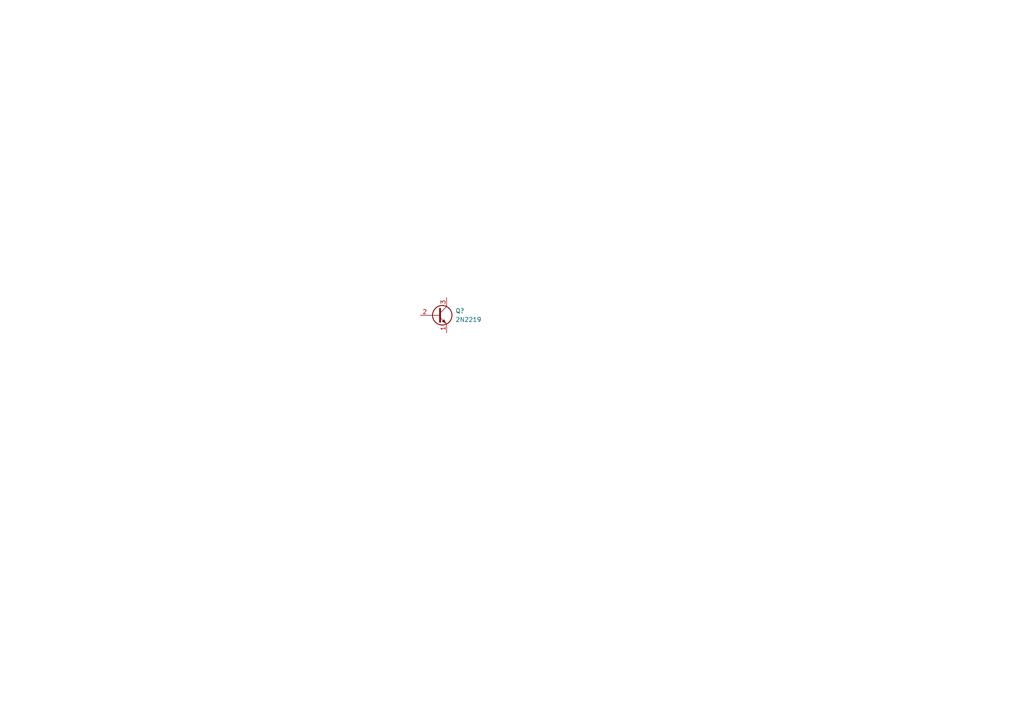
<source format=kicad_sch>
(kicad_sch (version 20250114) (generator "eeschema") (generator_version "9.0")
  (paper "A4")
  (title_block (title "transistor_bjt"))
  (lib_symbols
    (symbol "Transistor_BJT:2N2219" (pin_names (offset 0) (hide yes))
      (property "Reference" "Q" (at 5.08 1.905 0))
      (property "Value" "2N2219" (at 5.08 0 0))
      (symbol "2N2219_0_1"
        (polyline (pts (xy -2.54 0) (xy 0.635 0)))
        (polyline (pts (xy 0.635 1.905) (xy 0.635 -1.905)) (stroke (width 0.508)))
        (circle (center 1.27 0) (radius 2.8194) (stroke (width 0.254)))
      )
      (symbol "2N2219_1_1"
        (polyline (pts (xy 0.635 0.635) (xy 2.54 2.54)))
        (polyline (pts (xy 0.635 -0.635) (xy 2.54 -2.54)))
        (polyline (pts (xy 1.27 -1.778) (xy 1.778 -1.27) (xy 2.286 -2.286) (xy 1.27 -1.778)) (fill (type outline)))
        (pin input line (at -5.08 0 0) (length 2.54) (name "B") (number "2"))
        (pin passive line (at 2.54 5.08 270) (length 2.54) (name "C") (number "3"))
        (pin passive line (at 2.54 -5.08 90) (length 2.54) (name "E") (number "1"))
      )
    )
  )
  (symbol (lib_id "Transistor_BJT:2N2219") (at 127 91.44 0) (unit 1)
    (property "Reference" "Q?" (at 132.08 90.1699 0) (effects (justify left)))
    (property "Value" "2N2219" (at 132.08 92.7099 0) (effects (justify left)))
    (property "Footprint" "Package_TO_SOT_THT:TO-39-3" (effects (hide yes)))
    (property "Datasheet" "http://www.onsemi.com/pub_link/Collateral/2N2219-D.PDF" (effects (hide yes)))
    (property "Description" "800mA Ic, 50V Vce, NPN Transistor, TO-39" (effects (hide yes)))
  )
)
</source>
